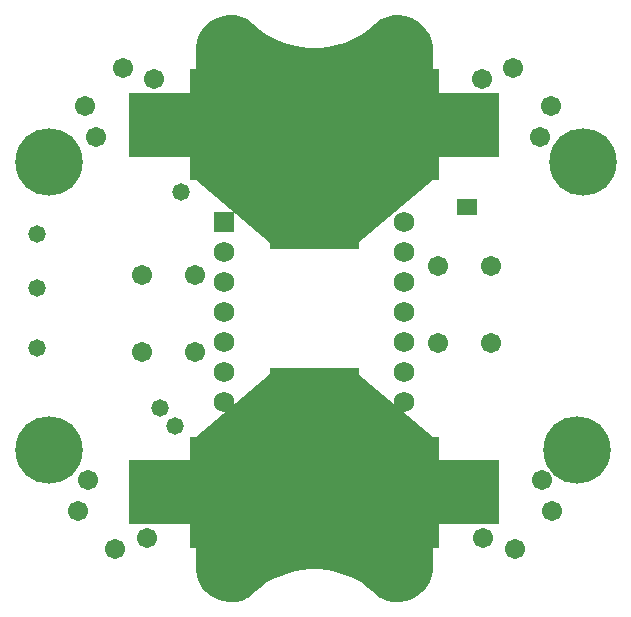
<source format=gbs>
G04*
G04 #@! TF.GenerationSoftware,Altium Limited,Altium Designer,23.9.2 (47)*
G04*
G04 Layer_Color=16711935*
%FSLAX44Y44*%
%MOMM*%
G71*
G04*
G04 #@! TF.SameCoordinates,59006CB8-04EA-46C6-BC13-78CBB85C9A35*
G04*
G04*
G04 #@! TF.FilePolarity,Negative*
G04*
G01*
G75*
%ADD28C,5.7032*%
%ADD29C,1.7032*%
%ADD30R,1.7332X1.7332*%
%ADD31C,1.7332*%
%ADD32C,1.4732*%
%ADD41R,4.2032X4.2032*%
%ADD42R,5.4032X5.4032*%
%ADD43R,0.8382X1.4732*%
G36*
X53250Y148600D02*
Y127100D01*
X6250D01*
Y76100D01*
X53250D01*
Y54600D01*
X58250D01*
Y38600D01*
X58250D01*
Y35914D01*
X59204Y30629D01*
X61082Y25596D01*
X63823Y20978D01*
X67341Y16920D01*
X71525Y13551D01*
X76239Y10978D01*
X81336Y9284D01*
X86653Y8522D01*
X92020Y8717D01*
X97268Y9862D01*
X102229Y11920D01*
X104487Y13374D01*
Y13374D01*
X104487Y13374D01*
X107172Y16049D01*
X112932Y20977D01*
X119159Y25299D01*
X125791Y28970D01*
X132759Y31953D01*
X139993Y34217D01*
X147419Y35739D01*
X154960Y36504D01*
X162540D01*
X170081Y35739D01*
X177507Y34217D01*
X184741Y31953D01*
X191709Y28970D01*
X198341Y25299D01*
X204568Y20977D01*
X210328Y16049D01*
X213013Y13374D01*
D01*
X213013Y13374D01*
X215271Y11920D01*
X220232Y9862D01*
X225480Y8717D01*
X230847Y8522D01*
X236164Y9284D01*
X241261Y10978D01*
X245976Y13551D01*
X250159Y16920D01*
X253677Y20978D01*
X256418Y25596D01*
X258296Y30629D01*
X259250Y35914D01*
Y38600D01*
D01*
X259250D01*
Y54600D01*
X264250D01*
X264250Y54600D01*
Y76100D01*
X311250D01*
Y127100D01*
X264250D01*
Y148600D01*
X264250Y148600D01*
X259250D01*
X196183Y201520D01*
X196250Y201600D01*
Y206600D01*
X121250D01*
X121250Y206600D01*
Y201600D01*
X121317Y201520D01*
X58250Y148600D01*
X53250D01*
D02*
G37*
G36*
X264250Y365750D02*
Y387250D01*
X311250D01*
Y438250D01*
X264250D01*
Y459750D01*
X259250D01*
Y475750D01*
X259250D01*
Y478436D01*
X258296Y483721D01*
X256418Y488754D01*
X253677Y493372D01*
X250159Y497430D01*
X245975Y500799D01*
X241261Y503372D01*
X236164Y505066D01*
X230847Y505828D01*
X225480Y505633D01*
X220232Y504488D01*
X215271Y502430D01*
X213013Y500976D01*
X213013D01*
X213013Y500976D01*
X210328Y498301D01*
X204568Y493372D01*
X198341Y489051D01*
X191709Y485380D01*
X184741Y482397D01*
X177507Y480133D01*
X170081Y478611D01*
X162540Y477846D01*
X154960D01*
X147419Y478611D01*
X139993Y480133D01*
X132759Y482397D01*
X125791Y485380D01*
X119159Y489051D01*
X112932Y493372D01*
X107172Y498301D01*
X104487Y500976D01*
X104487Y500976D01*
X104487Y500976D01*
X102229Y502430D01*
X97268Y504488D01*
X92020Y505633D01*
X86653Y505828D01*
X81336Y505066D01*
X76239Y503372D01*
X71524Y500799D01*
X67341Y497430D01*
X63823Y493372D01*
X61082Y488754D01*
X59204Y483721D01*
X58250Y478436D01*
Y475750D01*
D01*
X58250D01*
Y459750D01*
X53250D01*
X53250Y459750D01*
Y438250D01*
X6250D01*
Y387250D01*
X53250D01*
Y365750D01*
X53250Y365750D01*
X58250D01*
X121317Y312830D01*
X121250Y312750D01*
Y307750D01*
X196250D01*
X196250Y307750D01*
Y312750D01*
X196183Y312830D01*
X259250Y365750D01*
X264250D01*
D02*
G37*
D28*
X386080Y381000D02*
D03*
X381000Y137160D02*
D03*
X-66040D02*
D03*
Y381000D02*
D03*
D29*
X263250Y227850D02*
D03*
X308250D02*
D03*
X263250Y292850D02*
D03*
X308250D02*
D03*
X57700Y285750D02*
D03*
X12700D02*
D03*
X57700Y220750D02*
D03*
X12700D02*
D03*
X23214Y451734D02*
D03*
X-26284Y402236D02*
D03*
X-3303Y460573D02*
D03*
X-35123Y428753D02*
D03*
X-32634Y112114D02*
D03*
X16864Y62616D02*
D03*
X-41473Y85597D02*
D03*
X-9653Y53777D02*
D03*
X301906Y62616D02*
D03*
X351404Y112114D02*
D03*
X328423Y53777D02*
D03*
X360243Y85597D02*
D03*
X350134Y402236D02*
D03*
X300636Y451734D02*
D03*
X358973Y428753D02*
D03*
X327153Y460573D02*
D03*
D30*
X82550Y330200D02*
D03*
D31*
Y304800D02*
D03*
Y279400D02*
D03*
Y254000D02*
D03*
Y228600D02*
D03*
Y203200D02*
D03*
Y177800D02*
D03*
X234950D02*
D03*
Y203200D02*
D03*
Y228600D02*
D03*
Y254000D02*
D03*
Y279400D02*
D03*
Y304800D02*
D03*
Y330200D02*
D03*
D32*
X27940Y172720D02*
D03*
X-76200Y223520D02*
D03*
Y274320D02*
D03*
Y320040D02*
D03*
X40640Y157480D02*
D03*
X45720Y355600D02*
D03*
D41*
X158750Y101600D02*
D03*
X158750Y412750D02*
D03*
D42*
X29250Y101600D02*
D03*
X288250D02*
D03*
X29250Y412750D02*
D03*
X288250D02*
D03*
D43*
X292100Y342900D02*
D03*
X283972D02*
D03*
M02*

</source>
